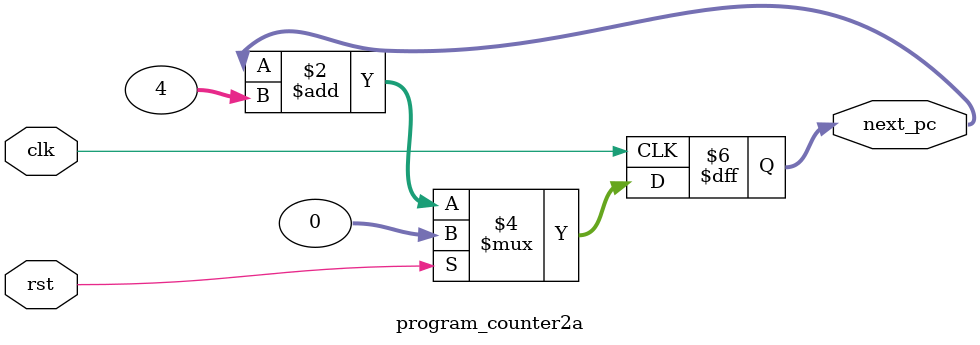
<source format=v>
/**
 * This is written by Zhiyang Ong
 * and Andrew Mattheisen 
 * for EE577b Troy WideWord Processor Project
 */

// Behavioral model for the 32-bit program counter
module program_counter2a (next_pc,rst,clk);

	// Output signals...
	// Incremented value of the program counter
	output [0:31] next_pc;
	
	
	
	
	// ===============================================================
	// Input signals
	// Clock signal for the program counter
	input clk;
	// Reset signal for the program counter
	input rst;
	/**
	 * May also include: branch_offset[n:0], is_branch
	 * Size of branch offset is specified in the Instruction Set
	 * Architecture
	 */
	
	
	
	
	
	// ===============================================================
	// Declare "wire" signals:
	//wire FSM_OUTPUT;
	



	
	// ===============================================================
	// Declare "reg" signals: 
	reg [0:31] next_pc;		// Output signals

	
	
	
	// ===============================================================
	
	always @(posedge clk)
	begin
		// If the reset signal sis set to HIGH
		if(rst)
		begin
			// Set its value to ZERO
			next_pc<=32'd0;
		end
		else
		begin
			next_pc<=next_pc+32'd4;
		end
	end
	
	
	
	
endmodule

</source>
